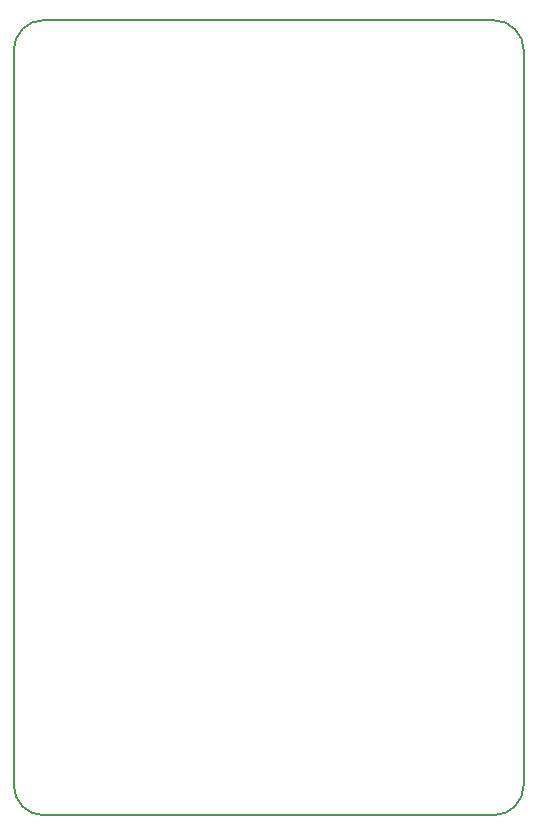
<source format=gbr>
G04 #@! TF.GenerationSoftware,KiCad,Pcbnew,(6.0.6-0)*
G04 #@! TF.CreationDate,2022-10-21T02:43:14+09:00*
G04 #@! TF.ProjectId,Spica,53706963-612e-46b6-9963-61645f706362,rev?*
G04 #@! TF.SameCoordinates,Original*
G04 #@! TF.FileFunction,Profile,NP*
%FSLAX46Y46*%
G04 Gerber Fmt 4.6, Leading zero omitted, Abs format (unit mm)*
G04 Created by KiCad (PCBNEW (6.0.6-0)) date 2022-10-21 02:43:14*
%MOMM*%
%LPD*%
G01*
G04 APERTURE LIST*
G04 #@! TA.AperFunction,Profile*
%ADD10C,0.150000*%
G04 #@! TD*
G04 APERTURE END LIST*
D10*
X97790000Y-64770000D02*
X97790000Y-127000000D01*
X95250000Y-62230000D02*
X57150000Y-62230000D01*
X54610000Y-127000000D02*
G75*
G03*
X57150000Y-129540000I2540000J0D01*
G01*
X57150000Y-129540000D02*
X95250000Y-129540000D01*
X57150000Y-62230000D02*
G75*
G03*
X54610000Y-64770000I0J-2540000D01*
G01*
X97790000Y-64770000D02*
G75*
G03*
X95250000Y-62230000I-2540000J0D01*
G01*
X95250000Y-129540000D02*
G75*
G03*
X97790000Y-127000000I0J2540000D01*
G01*
X54610000Y-64770000D02*
X54610000Y-127000000D01*
M02*

</source>
